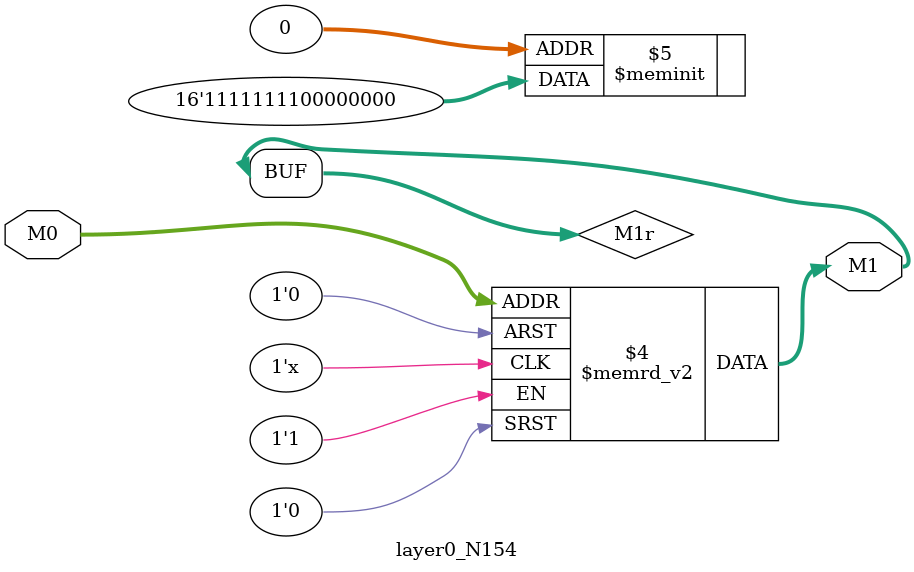
<source format=v>
module layer0_N154 ( input [2:0] M0, output [1:0] M1 );

	(*rom_style = "distributed" *) reg [1:0] M1r;
	assign M1 = M1r;
	always @ (M0) begin
		case (M0)
			3'b000: M1r = 2'b00;
			3'b100: M1r = 2'b11;
			3'b010: M1r = 2'b00;
			3'b110: M1r = 2'b11;
			3'b001: M1r = 2'b00;
			3'b101: M1r = 2'b11;
			3'b011: M1r = 2'b00;
			3'b111: M1r = 2'b11;

		endcase
	end
endmodule

</source>
